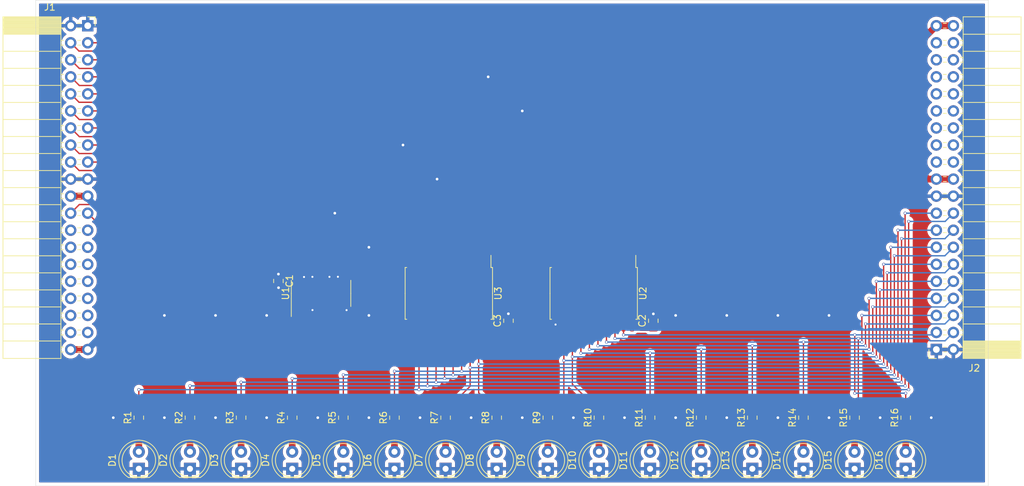
<source format=kicad_pcb>
(kicad_pcb (version 20200625) (host pcbnew "(5.99.0-2101-geb1ff80d5)")
  (layers (0 "F.Cu" signal) (31 "B.Cu" signal) (34 "B.Paste" user hide) (35 "F.Paste" user hide) (36 "B.SilkS" user hide) (37 "F.SilkS" user) (38 "B.Mask" user hide) (39 "F.Mask" user hide) (44 "Edge.Cuts" user))
  (net 0 "")
  (net 1 "GND")
  (net 2 "+5V")
  (net 3 "Net-(D1-Pad2)")
  (net 4 "Net-(D2-Pad2)")
  (net 5 "Net-(D3-Pad2)")
  (net 6 "Net-(D4-Pad2)")
  (net 7 "Net-(D5-Pad2)")
  (net 8 "Net-(D6-Pad2)")
  (net 9 "Net-(D7-Pad2)")
  (net 10 "Net-(D8-Pad2)")
  (net 11 "Net-(D9-Pad2)")
  (net 12 "Net-(D10-Pad2)")
  (net 13 "Net-(D11-Pad2)")
  (net 14 "Net-(D12-Pad2)")
  (net 15 "Net-(D13-Pad2)")
  (net 16 "Net-(D14-Pad2)")
  (net 17 "Net-(D15-Pad2)")
  (net 18 "Net-(D16-Pad2)")
  (net 19 "II")
  (net 20 "OP3")
  (net 21 "OP2")
  (net 22 "OP1")
  (net 23 "OP0")
  (net 24 "ARG11")
  (net 25 "ARG10")
  (net 26 "ARG9")
  (net 27 "ARG8")
  (net 28 "ARG7")
  (net 29 "ARG6")
  (net 30 "ARG5")
  (net 31 "ARG4")
  (net 32 "ARG3")
  (net 33 "ARG2")
  (net 34 "ARG1")
  (net 35 "ARG0")
  (net 36 "CLK")
  (net 37 "MEM15")
  (net 38 "MEM14")
  (net 39 "MEM13")
  (net 40 "MEM12")
  (net 41 "MEM11")
  (net 42 "MEM10")
  (net 43 "MEM9")
  (net 44 "MEM8")
  (net 45 "MEM7")
  (net 46 "MEM6")
  (net 47 "MEM5")
  (net 48 "MEM4")
  (net 49 "MEM3")
  (net 50 "MEM2")
  (net 51 "MEM1")
  (net 52 "MEM0")
  (net 53 "Net-(U1-Pad6)")
  (net 54 "Net-(U1-Pad3)")
  (module "Connector_PinSocket_2.54mm:PinSocket_2x20_P2.54mm_Horizontal" (layer "F.Cu") (at 247.14 162.56 180)
    (fp_text reference "J2" (at -5.65 -2.77) (layer "F.SilkS"))
    (fp_text value "Conn_02x20_Counter_Clockwise")
    (pad "1" thru_hole rect (at 0 0 180) (size 1.7 1.7) (drill 1) (layers *.Cu *.Mask) (net 1 "GND"))
    (pad "2" thru_hole oval (at -2.54 0 180) (size 1.7 1.7) (drill 1) (layers *.Cu *.Mask) (net 1 "GND"))
    (pad "3" thru_hole oval (at 0 2.54 180) (size 1.7 1.7) (drill 1) (layers *.Cu *.Mask) (net 35 "ARG0"))
    (pad "4" thru_hole oval (at -2.54 2.54 180) (size 1.7 1.7) (drill 1) (layers *.Cu *.Mask) (net 34 "ARG1"))
    (pad "5" thru_hole oval (at 0 5.08 180) (size 1.7 1.7) (drill 1) (layers *.Cu *.Mask) (net 33 "ARG2"))
    (pad "6" thru_hole oval (at -2.54 5.08 180) (size 1.7 1.7) (drill 1) (layers *.Cu *.Mask) (net 32 "ARG3"))
    (pad "7" thru_hole oval (at 0 7.62 180) (size 1.7 1.7) (drill 1) (layers *.Cu *.Mask) (net 31 "ARG4"))
    (pad "8" thru_hole oval (at -2.54 7.62 180) (size 1.7 1.7) (drill 1) (layers *.Cu *.Mask) (net 30 "ARG5"))
    (pad "9" thru_hole oval (at 0 10.16 180) (size 1.7 1.7) (drill 1) (layers *.Cu *.Mask) (net 29 "ARG6"))
    (pad "10" thru_hole oval (at -2.54 10.16 180) (size 1.7 1.7) (drill 1) (layers *.Cu *.Mask) (net 28 "ARG7"))
    (pad "11" thru_hole oval (at 0 12.7 180) (size 1.7 1.7) (drill 1) (layers *.Cu *.Mask) (net 27 "ARG8"))
    (pad "12" thru_hole oval (at -2.54 12.7 180) (size 1.7 1.7) (drill 1) (layers *.Cu *.Mask) (net 26 "ARG9"))
    (pad "13" thru_hole oval (at 0 15.24 180) (size 1.7 1.7) (drill 1) (layers *.Cu *.Mask) (net 25 "ARG10"))
    (pad "14" thru_hole oval (at -2.54 15.24 180) (size 1.7 1.7) (drill 1) (layers *.Cu *.Mask) (net 24 "ARG11"))
    (pad "15" thru_hole oval (at 0 17.78 180) (size 1.7 1.7) (drill 1) (layers *.Cu *.Mask) (net 23 "OP0"))
    (pad "16" thru_hole oval (at -2.54 17.78 180) (size 1.7 1.7) (drill 1) (layers *.Cu *.Mask) (net 22 "OP1"))
    (pad "17" thru_hole oval (at 0 20.32 180) (size 1.7 1.7) (drill 1) (layers *.Cu *.Mask) (net 21 "OP2"))
    (pad "18" thru_hole oval (at -2.54 20.32 180) (size 1.7 1.7) (drill 1) (layers *.Cu *.Mask) (net 20 "OP3"))
    (pad "19" thru_hole oval (at 0 22.86 180) (size 1.7 1.7) (drill 1) (layers *.Cu *.Mask) (net 1 "GND"))
    (pad "20" thru_hole oval (at -2.54 22.86 180) (size 1.7 1.7) (drill 1) (layers *.Cu *.Mask) (net 1 "GND"))
    (pad "21" thru_hole oval (at 0 25.4 180) (size 1.7 1.7) (drill 1) (layers *.Cu *.Mask) (net 2 "+5V"))
    (pad "22" thru_hole oval (at -2.54 25.4 180) (size 1.7 1.7) (drill 1) (layers *.Cu *.Mask) (net 2 "+5V"))
    (pad "23" thru_hole oval (at 0 27.94 180) (size 1.7 1.7) (drill 1) (layers *.Cu *.Mask))
    (pad "24" thru_hole oval (at -2.54 27.94 180) (size 1.7 1.7) (drill 1) (layers *.Cu *.Mask))
    (pad "25" thru_hole oval (at 0 30.48 180) (size 1.7 1.7) (drill 1) (layers *.Cu *.Mask))
    (pad "26" thru_hole oval (at -2.54 30.48 180) (size 1.7 1.7) (drill 1) (layers *.Cu *.Mask))
    (pad "27" thru_hole oval (at 0 33.02 180) (size 1.7 1.7) (drill 1) (layers *.Cu *.Mask))
    (pad "28" thru_hole oval (at -2.54 33.02 180) (size 1.7 1.7) (drill 1) (layers *.Cu *.Mask))
    (pad "29" thru_hole oval (at 0 35.56 180) (size 1.7 1.7) (drill 1) (layers *.Cu *.Mask))
    (pad "30" thru_hole oval (at -2.54 35.56 180) (size 1.7 1.7) (drill 1) (layers *.Cu *.Mask))
    (pad "31" thru_hole oval (at 0 38.1 180) (size 1.7 1.7) (drill 1) (layers *.Cu *.Mask))
    (pad "32" thru_hole oval (at -2.54 38.1 180) (size 1.7 1.7) (drill 1) (layers *.Cu *.Mask))
    (pad "33" thru_hole oval (at 0 40.64 180) (size 1.7 1.7) (drill 1) (layers *.Cu *.Mask))
    (pad "34" thru_hole oval (at -2.54 40.64 180) (size 1.7 1.7) (drill 1) (layers *.Cu *.Mask))
    (pad "35" thru_hole oval (at 0 43.18 180) (size 1.7 1.7) (drill 1) (layers *.Cu *.Mask))
    (pad "36" thru_hole oval (at -2.54 43.18 180) (size 1.7 1.7) (drill 1) (layers *.Cu *.Mask))
    (pad "37" thru_hole oval (at 0 45.72 180) (size 1.7 1.7) (drill 1) (layers *.Cu *.Mask))
    (pad "38" thru_hole oval (at -2.54 45.72 180) (size 1.7 1.7) (drill 1) (layers *.Cu *.Mask))
    (pad "39" thru_hole oval (at 0 48.26 180) (size 1.7 1.7) (drill 1) (layers *.Cu *.Mask) (net 2 "+5V"))
    (pad "40" thru_hole oval (at -2.54 48.26 180) (size 1.7 1.7) (drill 1) (layers *.Cu *.Mask) (net 2 "+5V"))
  )
  (module "Connector_PinSocket_2.54mm:PinSocket_2x20_P2.54mm_Horizontal" (layer "F.Cu") (at 120.65 114.3)
    (fp_text reference "J1" (at -5.65 -2.77) (layer "F.SilkS"))
    (fp_text value "Conn_02x20_Counter_Clockwise")
    (pad "1" thru_hole rect (at 0 0) (size 1.7 1.7) (drill 1) (layers *.Cu *.Mask) (net 1 "GND"))
    (pad "2" thru_hole oval (at -2.54 0) (size 1.7 1.7) (drill 1) (layers *.Cu *.Mask) (net 1 "GND"))
    (pad "3" thru_hole oval (at 0 2.54) (size 1.7 1.7) (drill 1) (layers *.Cu *.Mask) (net 52 "MEM0"))
    (pad "4" thru_hole oval (at -2.54 2.54) (size 1.7 1.7) (drill 1) (layers *.Cu *.Mask) (net 51 "MEM1"))
    (pad "5" thru_hole oval (at 0 5.08) (size 1.7 1.7) (drill 1) (layers *.Cu *.Mask) (net 50 "MEM2"))
    (pad "6" thru_hole oval (at -2.54 5.08) (size 1.7 1.7) (drill 1) (layers *.Cu *.Mask) (net 49 "MEM3"))
    (pad "7" thru_hole oval (at 0 7.62) (size 1.7 1.7) (drill 1) (layers *.Cu *.Mask) (net 48 "MEM4"))
    (pad "8" thru_hole oval (at -2.54 7.62) (size 1.7 1.7) (drill 1) (layers *.Cu *.Mask) (net 47 "MEM5"))
    (pad "9" thru_hole oval (at 0 10.16) (size 1.7 1.7) (drill 1) (layers *.Cu *.Mask) (net 46 "MEM6"))
    (pad "10" thru_hole oval (at -2.54 10.16) (size 1.7 1.7) (drill 1) (layers *.Cu *.Mask) (net 45 "MEM7"))
    (pad "11" thru_hole oval (at 0 12.7) (size 1.7 1.7) (drill 1) (layers *.Cu *.Mask) (net 44 "MEM8"))
    (pad "12" thru_hole oval (at -2.54 12.7) (size 1.7 1.7) (drill 1) (layers *.Cu *.Mask) (net 43 "MEM9"))
    (pad "13" thru_hole oval (at 0 15.24) (size 1.7 1.7) (drill 1) (layers *.Cu *.Mask) (net 42 "MEM10"))
    (pad "14" thru_hole oval (at -2.54 15.24) (size 1.7 1.7) (drill 1) (layers *.Cu *.Mask) (net 41 "MEM11"))
    (pad "15" thru_hole oval (at 0 17.78) (size 1.7 1.7) (drill 1) (layers *.Cu *.Mask) (net 40 "MEM12"))
    (pad "16" thru_hole oval (at -2.54 17.78) (size 1.7 1.7) (drill 1) (layers *.Cu *.Mask) (net 39 "MEM13"))
    (pad "17" thru_hole oval (at 0 20.32) (size 1.7 1.7) (drill 1) (layers *.Cu *.Mask) (net 38 "MEM14"))
    (pad "18" thru_hole oval (at -2.54 20.32) (size 1.7 1.7) (drill 1) (layers *.Cu *.Mask) (net 37 "MEM15"))
    (pad "19" thru_hole oval (at 0 22.86) (size 1.7 1.7) (drill 1) (layers *.Cu *.Mask) (net 1 "GND"))
    (pad "20" thru_hole oval (at -2.54 22.86) (size 1.7 1.7) (drill 1) (layers *.Cu *.Mask) (net 1 "GND"))
    (pad "21" thru_hole oval (at 0 25.4) (size 1.7 1.7) (drill 1) (layers *.Cu *.Mask) (net 2 "+5V"))
    (pad "22" thru_hole oval (at -2.54 25.4) (size 1.7 1.7) (drill 1) (layers *.Cu *.Mask) (net 2 "+5V"))
    (pad "23" thru_hole oval (at 0 27.94) (size 1.7 1.7) (drill 1) (layers *.Cu *.Mask) (net 36 "CLK"))
    (pad "24" thru_hole oval (at -2.54 27.94) (size 1.7 1.7) (drill 1) (layers *.Cu *.Mask) (net 19 "II"))
    (pad "25" thru_hole oval (at 0 30.48) (size 1.7 1.7) (drill 1) (layers *.Cu *.Mask))
    (pad "26" thru_hole oval (at -2.54 30.48) (size 1.7 1.7) (drill 1) (layers *.Cu *.Mask))
    (pad "27" thru_hole oval (at 0 33.02) (size 1.7 1.7) (drill 1) (layers *.Cu *.Mask))
    (pad "28" thru_hole oval (at -2.54 33.02) (size 1.7 1.7) (drill 1) (layers *.Cu *.Mask))
    (pad "29" thru_hole oval (at 0 35.56) (size 1.7 1.7) (drill 1) (layers *.Cu *.Mask))
    (pad "30" thru_hole oval (at -2.54 35.56) (size 1.7 1.7) (drill 1) (layers *.Cu *.Mask))
    (pad "31" thru_hole oval (at 0 38.1) (size 1.7 1.7) (drill 1) (layers *.Cu *.Mask))
    (pad "32" thru_hole oval (at -2.54 38.1) (size 1.7 1.7) (drill 1) (layers *.Cu *.Mask))
    (pad "33" thru_hole oval (at 0 40.64) (size 1.7 1.7) (drill 1) (layers *.Cu *.Mask))
    (pad "34" thru_hole oval (at -2.54 40.64) (size 1.7 1.7) (drill 1) (layers *.Cu *.Mask))
    (pad "35" thru_hole oval (at 0 43.18) (size 1.7 1.7) (drill 1) (layers *.Cu *.Mask))
    (pad "36" thru_hole oval (at -2.54 43.18) (size 1.7 1.7) (drill 1) (layers *.Cu *.Mask))
    (pad "37" thru_hole oval (at 0 45.72) (size 1.7 1.7) (drill 1) (layers *.Cu *.Mask))
    (pad "38" thru_hole oval (at -2.54 45.72) (size 1.7 1.7) (drill 1) (layers *.Cu *.Mask))
    (pad "39" thru_hole oval (at 0 48.26) (size 1.7 1.7) (drill 1) (layers *.Cu *.Mask) (net 2 "+5V"))
    (pad "40" thru_hole oval (at -2.54 48.26) (size 1.7 1.7) (drill 1) (layers *.Cu *.Mask) (net 2 "+5V"))
  )
  (module "Resistor_SMD:R_0805_2012Metric_Pad1.15x1.40mm_HandSolder" (layer "F.Cu") (at 143.51 172.72 90)
    (fp_text reference "R3" (at 0 -1.65 90) (layer "F.SilkS"))
    (fp_text value "R")
    (pad "1" smd roundrect (at -1.025 0 90) (size 1.15 1.4) (layers "F.Cu" "F.Paste" "F.Mask") (roundrect_rratio 0.217391) (net 5 "Net-(D3-Pad2)"))
    (pad "2" smd roundrect (at 1.025 0 90) (size 1.15 1.4) (layers "F.Cu" "F.Paste" "F.Mask") (roundrect_rratio 0.217391) (net 22 "OP1"))
  )
  (module "Package_SO:SOIC-20W_7.5x12.8mm_P1.27mm" (layer "F.Cu") (at 174.475 154.195 -90)
    (fp_text reference "U3" (at 0 -7.35 90) (layer "F.SilkS"))
    (fp_text value "74HCT574")
    (pad "20" smd roundrect (at 4.65 -5.715 270) (size 2.05 0.6) (layers "F.Cu" "F.Paste" "F.Mask") (net 2 "+5V"))
    (pad "19" smd roundrect (at 4.65 -4.445 270) (size 2.05 0.6) (layers "F.Cu" "F.Paste" "F.Mask") (net 27 "ARG8"))
    (pad "18" smd roundrect (at 4.65 -3.175 270) (size 2.05 0.6) (layers "F.Cu" "F.Paste" "F.Mask") (net 26 "ARG9"))
    (pad "17" smd roundrect (at 4.65 -1.905 270) (size 2.05 0.6) (layers "F.Cu" "F.Paste" "F.Mask") (net 25 "ARG10"))
    (pad "16" smd roundrect (at 4.65 -0.635 270) (size 2.05 0.6) (layers "F.Cu" "F.Paste" "F.Mask") (net 24 "ARG11"))
    (pad "15" smd roundrect (at 4.65 0.635 270) (size 2.05 0.6) (layers "F.Cu" "F.Paste" "F.Mask") (net 23 "OP0"))
    (pad "14" smd roundrect (at 4.65 1.905 270) (size 2.05 0.6) (layers "F.Cu" "F.Paste" "F.Mask") (net 22 "OP1"))
    (pad "13" smd roundrect (at 4.65 3.175 270) (size 2.05 0.6) (layers "F.Cu" "F.Paste" "F.Mask") (net 21 "OP2"))
    (pad "12" smd roundrect (at 4.65 4.445 270) (size 2.05 0.6) (layers "F.Cu" "F.Paste" "F.Mask") (net 20 "OP3"))
    (pad "11" smd roundrect (at 4.65 5.715 270) (size 2.05 0.6) (layers "F.Cu" "F.Paste" "F.Mask") (net 53 "Net-(U1-Pad6)"))
    (pad "10" smd roundrect (at -4.65 5.715 270) (size 2.05 0.6) (layers "F.Cu" "F.Paste" "F.Mask") (net 1 "GND"))
    (pad "9" smd roundrect (at -4.65 4.445 270) (size 2.05 0.6) (layers "F.Cu" "F.Paste" "F.Mask") (net 37 "MEM15"))
    (pad "8" smd roundrect (at -4.65 3.175 270) (size 2.05 0.6) (layers "F.Cu" "F.Paste" "F.Mask") (net 38 "MEM14"))
    (pad "7" smd roundrect (at -4.65 1.905 270) (size 2.05 0.6) (layers "F.Cu" "F.Paste" "F.Mask") (net 39 "MEM13"))
    (pad "6" smd roundrect (at -4.65 0.635 270) (size 2.05 0.6) (layers "F.Cu" "F.Paste" "F.Mask") (net 40 "MEM12"))
    (pad "5" smd roundrect (at -4.65 -0.635 270) (size 2.05 0.6) (layers "F.Cu" "F.Paste" "F.Mask") (net 41 "MEM11"))
    (pad "4" smd roundrect (at -4.65 -1.905 270) (size 2.05 0.6) (layers "F.Cu" "F.Paste" "F.Mask") (net 42 "MEM10"))
    (pad "3" smd roundrect (at -4.65 -3.175 270) (size 2.05 0.6) (layers "F.Cu" "F.Paste" "F.Mask") (net 43 "MEM9"))
    (pad "2" smd roundrect (at -4.65 -4.445 270) (size 2.05 0.6) (layers "F.Cu" "F.Paste" "F.Mask") (net 44 "MEM8"))
    (pad "1" smd roundrect (at -4.65 -5.715 270) (size 2.05 0.6) (layers "F.Cu" "F.Paste" "F.Mask") (net 1 "GND"))
  )
  (module "Package_SO:SOIC-20W_7.5x12.8mm_P1.27mm" (layer "F.Cu") (at 196.065 154.195 -90)
    (fp_text reference "U2" (at 0 -7.35 90) (layer "F.SilkS"))
    (fp_text value "74HCT574")
    (pad "20" smd roundrect (at 4.65 -5.715 270) (size 2.05 0.6) (layers "F.Cu" "F.Paste" "F.Mask") (net 2 "+5V"))
    (pad "19" smd roundrect (at 4.65 -4.445 270) (size 2.05 0.6) (layers "F.Cu" "F.Paste" "F.Mask") (net 35 "ARG0"))
    (pad "18" smd roundrect (at 4.65 -3.175 270) (size 2.05 0.6) (layers "F.Cu" "F.Paste" "F.Mask") (net 34 "ARG1"))
    (pad "17" smd roundrect (at 4.65 -1.905 270) (size 2.05 0.6) (layers "F.Cu" "F.Paste" "F.Mask") (net 33 "ARG2"))
    (pad "16" smd roundrect (at 4.65 -0.635 270) (size 2.05 0.6) (layers "F.Cu" "F.Paste" "F.Mask") (net 32 "ARG3"))
    (pad "15" smd roundrect (at 4.65 0.635 270) (size 2.05 0.6) (layers "F.Cu" "F.Paste" "F.Mask") (net 31 "ARG4"))
    (pad "14" smd roundrect (at 4.65 1.905 270) (size 2.05 0.6) (layers "F.Cu" "F.Paste" "F.Mask") (net 30 "ARG5"))
    (pad "13" smd roundrect (at 4.65 3.175 270) (size 2.05 0.6) (layers "F.Cu" "F.Paste" "F.Mask") (net 29 "ARG6"))
    (pad "12" smd roundrect (at 4.65 4.445 270) (size 2.05 0.6) (layers "F.Cu" "F.Paste" "F.Mask") (net 28 "ARG7"))
    (pad "11" smd roundrect (at 4.65 5.715 270) (size 2.05 0.6) (layers "F.Cu" "F.Paste" "F.Mask") (net 54 "Net-(U1-Pad3)"))
    (pad "10" smd roundrect (at -4.65 5.715 270) (size 2.05 0.6) (layers "F.Cu" "F.Paste" "F.Mask") (net 1 "GND"))
    (pad "9" smd roundrect (at -4.65 4.445 270) (size 2.05 0.6) (layers "F.Cu" "F.Paste" "F.Mask") (net 45 "MEM7"))
    (pad "8" smd roundrect (at -4.65 3.175 270) (size 2.05 0.6) (layers "F.Cu" "F.Paste" "F.Mask") (net 46 "MEM6"))
    (pad "7" smd roundrect (at -4.65 1.905 270) (size 2.05 0.6) (layers "F.Cu" "F.Paste" "F.Mask") (net 47 "MEM5"))
    (pad "6" smd roundrect (at -4.65 0.635 270) (size 2.05 0.6) (layers "F.Cu" "F.Paste" "F.Mask") (net 48 "MEM4"))
    (pad "5" smd roundrect (at -4.65 -0.635 270) (size 2.05 0.6) (layers "F.Cu" "F.Paste" "F.Mask") (net 49 "MEM3"))
    (pad "4" smd roundrect (at -4.65 -1.905 270) (size 2.05 0.6) (layers "F.Cu" "F.Paste" "F.Mask") (net 50 "MEM2"))
    (pad "3" smd roundrect (at -4.65 -3.175 270) (size 2.05 0.6) (layers "F.Cu" "F.Paste" "F.Mask") (net 51 "MEM1"))
    (pad "2" smd roundrect (at -4.65 -4.445 270) (size 2.05 0.6) (layers "F.Cu" "F.Paste" "F.Mask") (net 52 "MEM0"))
    (pad "1" smd roundrect (at -4.65 -5.715 270) (size 2.05 0.6) (layers "F.Cu" "F.Paste" "F.Mask") (net 1 "GND"))
  )
  (module "Package_SO:SOIC-14_3.9x8.7mm_P1.27mm" (layer "F.Cu") (at 155.425 154.195 90)
    (fp_text reference "U1" (at 0 -5.28 90) (layer "F.SilkS"))
    (fp_text value "74LS08")
    (pad "14" smd roundrect (at 2.475 -3.81 90) (size 1.95 0.6) (layers "F.Cu" "F.Paste" "F.Mask") (net 2 "+5V"))
    (pad "13" smd roundrect (at 2.475 -2.54 90) (size 1.95 0.6) (layers "F.Cu" "F.Paste" "F.Mask") (net 1 "GND"))
    (pad "12" smd roundrect (at 2.475 -1.27 90) (size 1.95 0.6) (layers "F.Cu" "F.Paste" "F.Mask") (net 1 "GND"))
    (pad "11" smd roundrect (at 2.475 0 90) (size 1.95 0.6) (layers "F.Cu" "F.Paste" "F.Mask"))
    (pad "10" smd roundrect (at 2.475 1.27 90) (size 1.95 0.6) (layers "F.Cu" "F.Paste" "F.Mask") (net 1 "GND"))
    (pad "9" smd roundrect (at 2.475 2.54 90) (size 1.95 0.6) (layers "F.Cu" "F.Paste" "F.Mask") (net 1 "GND"))
    (pad "8" smd roundrect (at 2.475 3.81 90) (size 1.95 0.6) (layers "F.Cu" "F.Paste" "F.Mask"))
    (pad "7" smd roundrect (at -2.475 3.81 90) (size 1.95 0.6) (layers "F.Cu" "F.Paste" "F.Mask") (net 1 "GND"))
    (pad "6" smd roundrect (at -2.475 2.54 90) (size 1.95 0.6) (layers "F.Cu" "F.Paste" "F.Mask") (net 53 "Net-(U1-Pad6)"))
    (pad "5" smd roundrect (at -2.475 1.27 90) (size 1.95 0.6) (layers "F.Cu" "F.Paste" "F.Mask") (net 19 "II"))
    (pad "4" smd roundrect (at -2.475 0 90) (size 1.95 0.6) (layers "F.Cu" "F.Paste" "F.Mask") (net 36 "CLK"))
    (pad "3" smd roundrect (at -2.475 -1.27 90) (size 1.95 0.6) (layers "F.Cu" "F.Paste" "F.Mask") (net 54 "Net-(U1-Pad3)"))
    (pad "2" smd roundrect (at -2.475 -2.54 90) (size 1.95 0.6) (layers "F.Cu" "F.Paste" "F.Mask") (net 19 "II"))
    (pad "1" smd roundrect (at -2.475 -3.81 90) (size 1.95 0.6) (layers "F.Cu" "F.Paste" "F.Mask") (net 36 "CLK"))
  )
  (module "Resistor_SMD:R_0805_2012Metric_Pad1.15x1.40mm_HandSolder" (layer "F.Cu") (at 242.57 172.72 90)
    (fp_text reference "R16" (at 0 -1.65 90) (layer "F.SilkS"))
    (fp_text value "R")
    (pad "2" smd roundrect (at 1.025 0 90) (size 1.15 1.4) (layers "F.Cu" "F.Paste" "F.Mask") (roundrect_rratio 0.217391) (net 35 "ARG0"))
    (pad "1" smd roundrect (at -1.025 0 90) (size 1.15 1.4) (layers "F.Cu" "F.Paste" "F.Mask") (roundrect_rratio 0.217391) (net 18 "Net-(D16-Pad2)"))
  )
  (module "Resistor_SMD:R_0805_2012Metric_Pad1.15x1.40mm_HandSolder" (layer "F.Cu") (at 234.95 172.72 90)
    (fp_text reference "R15" (at 0 -1.65 90) (layer "F.SilkS"))
    (fp_text value "R")
    (pad "2" smd roundrect (at 1.025 0 90) (size 1.15 1.4) (layers "F.Cu" "F.Paste" "F.Mask") (roundrect_rratio 0.217391) (net 34 "ARG1"))
    (pad "1" smd roundrect (at -1.025 0 90) (size 1.15 1.4) (layers "F.Cu" "F.Paste" "F.Mask") (roundrect_rratio 0.217391) (net 17 "Net-(D15-Pad2)"))
  )
  (module "Resistor_SMD:R_0805_2012Metric_Pad1.15x1.40mm_HandSolder" (layer "F.Cu") (at 227.33 172.72 90)
    (fp_text reference "R14" (at 0 -1.65 90) (layer "F.SilkS"))
    (fp_text value "R")
    (pad "2" smd roundrect (at 1.025 0 90) (size 1.15 1.4) (layers "F.Cu" "F.Paste" "F.Mask") (roundrect_rratio 0.217391) (net 33 "ARG2"))
    (pad "1" smd roundrect (at -1.025 0 90) (size 1.15 1.4) (layers "F.Cu" "F.Paste" "F.Mask") (roundrect_rratio 0.217391) (net 16 "Net-(D14-Pad2)"))
  )
  (module "Resistor_SMD:R_0805_2012Metric_Pad1.15x1.40mm_HandSolder" (layer "F.Cu") (at 219.71 172.72 90)
    (fp_text reference "R13" (at 0 -1.65 90) (layer "F.SilkS"))
    (fp_text value "R")
    (pad "2" smd roundrect (at 1.025 0 90) (size 1.15 1.4) (layers "F.Cu" "F.Paste" "F.Mask") (roundrect_rratio 0.217391) (net 32 "ARG3"))
    (pad "1" smd roundrect (at -1.025 0 90) (size 1.15 1.4) (layers "F.Cu" "F.Paste" "F.Mask") (roundrect_rratio 0.217391) (net 15 "Net-(D13-Pad2)"))
  )
  (module "Resistor_SMD:R_0805_2012Metric_Pad1.15x1.40mm_HandSolder" (layer "F.Cu") (at 212.09 172.72 90)
    (fp_text reference "R12" (at 0 -1.65 90) (layer "F.SilkS"))
    (fp_text value "R")
    (pad "2" smd roundrect (at 1.025 0 90) (size 1.15 1.4) (layers "F.Cu" "F.Paste" "F.Mask") (roundrect_rratio 0.217391) (net 31 "ARG4"))
    (pad "1" smd roundrect (at -1.025 0 90) (size 1.15 1.4) (layers "F.Cu" "F.Paste" "F.Mask") (roundrect_rratio 0.217391) (net 14 "Net-(D12-Pad2)"))
  )
  (module "Resistor_SMD:R_0805_2012Metric_Pad1.15x1.40mm_HandSolder" (layer "F.Cu") (at 204.47 172.72 90)
    (fp_text reference "R11" (at 0 -1.65 90) (layer "F.SilkS"))
    (fp_text value "R")
    (pad "2" smd roundrect (at 1.025 0 90) (size 1.15 1.4) (layers "F.Cu" "F.Paste" "F.Mask") (roundrect_rratio 0.217391) (net 30 "ARG5"))
    (pad "1" smd roundrect (at -1.025 0 90) (size 1.15 1.4) (layers "F.Cu" "F.Paste" "F.Mask") (roundrect_rratio 0.217391) (net 13 "Net-(D11-Pad2)"))
  )
  (module "Resistor_SMD:R_0805_2012Metric_Pad1.15x1.40mm_HandSolder" (layer "F.Cu") (at 196.85 172.72 90)
    (fp_text reference "R10" (at 0 -1.65 90) (layer "F.SilkS"))
    (fp_text value "R")
    (pad "2" smd roundrect (at 1.025 0 90) (size 1.15 1.4) (layers "F.Cu" "F.Paste" "F.Mask") (roundrect_rratio 0.217391) (net 29 "ARG6"))
    (pad "1" smd roundrect (at -1.025 0 90) (size 1.15 1.4) (layers "F.Cu" "F.Paste" "F.Mask") (roundrect_rratio 0.217391) (net 12 "Net-(D10-Pad2)"))
  )
  (module "Resistor_SMD:R_0805_2012Metric_Pad1.15x1.40mm_HandSolder" (layer "F.Cu") (at 189.23 172.72 90)
    (fp_text reference "R9" (at 0 -1.65 90) (layer "F.SilkS"))
    (fp_text value "R")
    (pad "2" smd roundrect (at 1.025 0 90) (size 1.15 1.4) (layers "F.Cu" "F.Paste" "F.Mask") (roundrect_rratio 0.217391) (net 28 "ARG7"))
    (pad "1" smd roundrect (at -1.025 0 90) (size 1.15 1.4) (layers "F.Cu" "F.Paste" "F.Mask") (roundrect_rratio 0.217391) (net 11 "Net-(D9-Pad2)"))
  )
  (module "Resistor_SMD:R_0805_2012Metric_Pad1.15x1.40mm_HandSolder" (layer "F.Cu") (at 181.61 172.72 90)
    (fp_text reference "R8" (at 0 -1.65 90) (layer "F.SilkS"))
    (fp_text value "R")
    (pad "2" smd roundrect (at 1.025 0 90) (size 1.15 1.4) (layers "F.Cu" "F.Paste" "F.Mask") (roundrect_rratio 0.217391) (net 27 "ARG8"))
    (pad "1" smd roundrect (at -1.025 0 90) (size 1.15 1.4) (layers "F.Cu" "F.Paste" "F.Mask") (roundrect_rratio 0.217391) (net 10 "Net-(D8-Pad2)"))
  )
  (module "Resistor_SMD:R_0805_2012Metric_Pad1.15x1.40mm_HandSolder" (layer "F.Cu") (at 173.99 172.72 90)
    (fp_text reference "R7" (at 0 -1.65 90) (layer "F.SilkS"))
    (fp_text value "R")
    (pad "2" smd roundrect (at 1.025 0 90) (size 1.15 1.4) (layers "F.Cu" "F.Paste" "F.Mask") (roundrect_rratio 0.217391) (net 26 "ARG9"))
    (pad "1" smd roundrect (at -1.025 0 90) (size 1.15 1.4) (layers "F.Cu" "F.Paste" "F.Mask") (roundrect_rratio 0.217391) (net 9 "Net-(D7-Pad2)"))
  )
  (module "Resistor_SMD:R_0805_2012Metric_Pad1.15x1.40mm_HandSolder" (layer "F.Cu") (at 166.37 172.72 90)
    (fp_text reference "R6" (at 0 -1.65 90) (layer "F.SilkS"))
    (fp_text value "R")
    (pad "2" smd roundrect (at 1.025 0 90) (size 1.15 1.4) (layers "F.Cu" "F.Paste" "F.Mask") (roundrect_rratio 0.217391) (net 25 "ARG10"))
    (pad "1" smd roundrect (at -1.025 0 90) (size 1.15 1.4) (layers "F.Cu" "F.Paste" "F.Mask") (roundrect_rratio 0.217391) (net 8 "Net-(D6-Pad2)"))
  )
  (module "Resistor_SMD:R_0805_2012Metric_Pad1.15x1.40mm_HandSolder" (layer "F.Cu") (at 158.75 172.72 90)
    (fp_text reference "R5" (at 0 -1.65 90) (layer "F.SilkS"))
    (fp_text value "R")
    (pad "2" smd roundrect (at 1.025 0 90) (size 1.15 1.4) (layers "F.Cu" "F.Paste" "F.Mask") (roundrect_rratio 0.217391) (net 24 "ARG11"))
    (pad "1" smd roundrect (at -1.025 0 90) (size 1.15 1.4) (layers "F.Cu" "F.Paste" "F.Mask") (roundrect_rratio 0.217391) (net 7 "Net-(D5-Pad2)"))
  )
  (module "Resistor_SMD:R_0805_2012Metric_Pad1.15x1.40mm_HandSolder" (layer "F.Cu") (at 151.13 172.72 90)
    (fp_text reference "R4" (at 0 -1.65 90) (layer "F.SilkS"))
    (fp_text value "R")
    (pad "2" smd roundrect (at 1.025 0 90) (size 1.15 1.4) (layers "F.Cu" "F.Paste" "F.Mask") (roundrect_rratio 0.217391) (net 23 "OP0"))
    (pad "1" smd roundrect (at -1.025 0 90) (size 1.15 1.4) (layers "F.Cu" "F.Paste" "F.Mask") (roundrect_rratio 0.217391) (net 6 "Net-(D4-Pad2)"))
  )
  (module "Resistor_SMD:R_0805_2012Metric_Pad1.15x1.40mm_HandSolder" (layer "F.Cu") (at 135.89 172.72 90)
    (fp_text reference "R2" (at 0 -1.65 90) (layer "F.SilkS"))
    (fp_text value "R")
    (pad "2" smd roundrect (at 1.025 0 90) (size 1.15 1.4) (layers "F.Cu" "F.Paste" "F.Mask") (roundrect_rratio 0.217391) (net 21 "OP2"))
    (pad "1" smd roundrect (at -1.025 0 90) (size 1.15 1.4) (layers "F.Cu" "F.Paste" "F.Mask") (roundrect_rratio 0.217391) (net 4 "Net-(D2-Pad2)"))
  )
  (module "Resistor_SMD:R_0805_2012Metric_Pad1.15x1.40mm_HandSolder" (layer "F.Cu") (at 128.27 172.72 90)
    (fp_text reference "R1" (at 0 -1.65 90) (layer "F.SilkS"))
    (fp_text value "R")
    (pad "2" smd roundrect (at 1.025 0 90) (size 1.15 1.4) (layers "F.Cu" "F.Paste" "F.Mask") (roundrect_rratio 0.217391) (net 20 "OP3"))
    (pad "1" smd roundrect (at -1.025 0 90) (size 1.15 1.4) (layers "F.Cu" "F.Paste" "F.Mask") (roundrect_rratio 0.217391) (net 3 "Net-(D1-Pad2)"))
  )
  (module "LED_THT:LED_D5.0mm" (layer "F.Cu") (at 242.57 180.34 90)
    (fp_text reference "D16" (at 1.27 -3.96 90) (layer "F.SilkS"))
    (fp_text value "LED")
    (pad "2" thru_hole circle (at 2.54 0 90) (size 1.8 1.8) (drill 0.9) (layers *.Cu *.Mask) (net 18 "Net-(D16-Pad2)"))
    (pad "1" thru_hole rect (at 0 0 90) (size 1.8 1.8) (drill 0.9) (layers *.Cu *.Mask) (net 1 "GND"))
  )
  (module "LED_THT:LED_D5.0mm" (layer "F.Cu") (at 234.95 180.34 90)
    (fp_text reference "D15" (at 1.27 -3.96 90) (layer "F.SilkS"))
    (fp_text value "LED")
    (pad "2" thru_hole circle (at 2.54 0 90) (size 1.8 1.8) (drill 0.9) (layers *.Cu *.Mask) (net 17 "Net-(D15-Pad2)"))
    (pad "1" thru_hole rect (at 0 0 90) (size 1.8 1.8) (drill 0.9) (layers *.Cu *.Mask) (net 1 "GND"))
  )
  (module "LED_THT:LED_D5.0mm" (layer "F.Cu") (at 227.33 180.34 90)
    (fp_text reference "D14" (at 1.27 -3.96 90) (layer "F.SilkS"))
    (fp_text value "LED")
    (pad "2" thru_hole circle (at 2.54 0 90) (size 1.8 1.8) (drill 0.9) (layers *.Cu *.Mask) (net 16 "Net-(D14-Pad2)"))
    (pad "1" thru_hole rect (at 0 0 90) (size 1.8 1.8) (drill 0.9) (layers *.Cu *.Mask) (net 1 "GND"))
  )
  (module "LED_THT:LED_D5.0mm" (layer "F.Cu") (at 219.71 180.34 90)
    (fp_text reference "D13" (at 1.27 -3.96 90) (layer "F.SilkS"))
    (fp_text value "LED")
    (pad "2" thru_hole circle (at 2.54 0 90) (size 1.8 1.8) (drill 0.9) (layers *.Cu *.Mask) (net 15 "Net-(D13-Pad2)"))
    (pad "1" thru_hole rect (at 0 0 90) (size 1.8 1.8) (drill 0.9) (layers *.Cu *.Mask) (net 1 "GND"))
  )
  (module "LED_THT:LED_D5.0mm" (layer "F.Cu") (at 212.09 180.34 90)
    (fp_text reference "D12" (at 1.27 -3.96 90) (layer "F.SilkS"))
    (fp_text value "LED")
    (pad "2" thru_hole circle (at 2.54 0 90) (size 1.8 1.8) (drill 0.9) (layers *.Cu *.Mask) (net 14 "Net-(D12-Pad2)"))
    (pad "1" thru_hole rect (at 0 0 90) (size 1.8 1.8) (drill 0.9) (layers *.Cu *.Mask) (net 1 "GND"))
  )
  (module "LED_THT:LED_D5.0mm" (layer "F.Cu") (at 204.47 180.34 90)
    (fp_text reference "D11" (at 1.27 -3.96 90) (layer "F.SilkS"))
    (fp_text value "LED")
    (pad "2" thru_hole circle (at 2.54 0 90) (size 1.8 1.8) (drill 0.9) (layers *.Cu *.Mask) (net 13 "Net-(D11-Pad2)"))
    (pad "1" thru_hole rect (at 0 0 90) (size 1.8 1.8) (drill 0.9) (layers *.Cu *.Mask) (net 1 "GND"))
  )
  (module "LED_THT:LED_D5.0mm" (layer "F.Cu") (at 196.85 180.34 90)
    (fp_text reference "D10" (at 1.27 -3.96 90) (layer "F.SilkS"))
    (fp_text value "LED")
    (pad "2" thru_hole circle (at 2.54 0 90) (size 1.8 1.8) (drill 0.9) (layers *.Cu *.Mask) (net 12 "Net-(D10-Pad2)"))
    (pad "1" thru_hole rect (at 0 0 90) (size 1.8 1.8) (drill 0.9) (layers *.Cu *.Mask) (net 1 "GND"))
  )
  (module "LED_THT:LED_D5.0mm" (layer "F.Cu") (at 189.23 180.34 90)
    (fp_text reference "D9" (at 1.27 -3.96 90) (layer "F.SilkS"))
    (fp_text value "LED")
    (pad "2" thru_hole circle (at 2.54 0 90) (size 1.8 1.8) (drill 0.9) (layers *.Cu *.Mask) (net 11 "Net-(D9-Pad2)"))
    (pad "1" thru_hole rect (at 0 0 90) (size 1.8 1.8) (drill 0.9) (layers *.Cu *.Mask) (net 1 "GND"))
  )
  (module "LED_THT:LED_D5.0mm" (layer "F.Cu") (at 181.61 180.34 90)
    (fp_text reference "D8" (at 1.27 -3.96 90) (layer "F.SilkS"))
    (fp_text value "LED")
    (pad "2" thru_hole circle (at 2.54 0 90) (size 1.8 1.8) (drill 0.9) (layers *.Cu *.Mask) (net 10 "Net-(D8-Pad2)"))
    (pad "1" thru_hole rect (at 0 0 90) (size 1.8 1.8) (drill 0.9) (layers *.Cu *.Mask) (net 1 "GND"))
  )
  (module "LED_THT:LED_D5.0mm" (layer "F.Cu") (at 173.99 180.34 90)
    (fp_text reference "D7" (at 1.27 -3.96 90) (layer "F.SilkS"))
    (fp_text value "LED")
    (pad "2" thru_hole circle (at 2.54 0 90) (size 1.8 1.8) (drill 0.9) (layers *.Cu *.Mask) (net 9 "Net-(D7-Pad2)"))
    (pad "1" thru_hole rect (at 0 0 90) (size 1.8 1.8) (drill 0.9) (layers *.Cu *.Mask) (net 1 "GND"))
  )
  (module "LED_THT:LED_D5.0mm" (layer "F.Cu") (at 166.37 180.34 90)
    (fp_text reference "D6" (at 1.27 -3.96 90) (layer "F.SilkS"))
    (fp_text value "LED")
    (pad "2" thru_hole circle (at 2.54 0 90) (size 1.8 1.8) (drill 0.9) (layers *.Cu *.Mask) (net 8 "Net-(D6-Pad2)"))
    (pad "1" thru_hole rect (at 0 0 90) (size 1.8 1.8) (drill 0.9) (layers *.Cu *.Mask) (net 1 "GND"))
  )
  (module "LED_THT:LED_D5.0mm" (layer "F.Cu") (at 158.75 180.34 90)
    (fp_text reference "D5" (at 1.27 -3.96 90) (layer "F.SilkS"))
    (fp_text value "LED")
    (pad "2" thru_hole circle (at 2.54 0 90) (size 1.8 1.8) (drill 0.9) (layers *.Cu *.Mask) (net 7 "Net-(D5-Pad2)"))
    (pad "1" thru_hole rect (at 0 0 90) (size 1.8 1.8) (drill 0.9) (layers *.Cu *.Mask) (net 1 "GND"))
  )
  (module "LED_THT:LED_D5.0mm" (layer "F.Cu") (at 151.13 180.34 90)
    (fp_text reference "D4" (at 1.27 -3.96 90) (layer "F.SilkS"))
    (fp_text value "LED")
    (pad "2" thru_hole circle (at 2.54 0 90) (size 1.8 1.8) (drill 0.9) (layers *.Cu *.Mask) (net 6 "Net-(D4-Pad2)"))
    (pad "1" thru_hole rect (at 0 0 90) (size 1.8 1.8) (drill 0.9) (layers *.Cu *.Mask) (net 1 "GND"))
  )
  (module "LED_THT:LED_D5.0mm" (layer "F.Cu") (at 143.51 180.34 90)
    (fp_text reference "D3" (at 1.27 -3.96 90) (layer "F.SilkS"))
    (fp_text value "LED")
    (pad "2" thru_hole circle (at 2.54 0 90) (size 1.8 1.8) (drill 0.9) (layers *.Cu *.Mask) (net 5 "Net-(D3-Pad2)"))
    (pad "1" thru_hole rect (at 0 0 90) (size 1.8 1.8) (drill 0.9) (layers *.Cu *.Mask) (net 1 "GND"))
  )
  (module "LED_THT:LED_D5.0mm" (layer "F.Cu") (at 135.89 180.34 90)
    (fp_text reference "D2" (at 1.27 -3.96 90) (layer "F.SilkS"))
    (fp_text value "LED")
    (pad "2" thru_hole circle (at 2.54 0 90) (size 1.8 1.8) (drill 0.9) (layers *.Cu *.Mask) (net 4 "Net-(D2-Pad2)"))
    (pad "1" thru_hole rect (at 0 0 90) (size 1.8 1.8) (drill 0.9) (layers *.Cu *.Mask) (net 1 "GND"))
  )
  (module "LED_THT:LED_D5.0mm" (layer "F.Cu") (at 128.27 180.34 90)
    (fp_text reference "D1" (at 1.27 -3.96 90) (layer "F.SilkS"))
    (fp_text value "LED")
    (pad "2" thru_hole circle (at 2.54 0 90) (size 1.8 1.8) (drill 0.9) (layers *.Cu *.Mask) (net 3 "Net-(D1-Pad2)"))
    (pad "1" thru_hole rect (at 0 0 90) (size 1.8 1.8) (drill 0.9) (layers *.Cu *.Mask) (net 1 "GND"))
  )
  (module "Capacitor_SMD:C_0805_2012Metric_Pad1.15x1.40mm_HandSolder" (layer "F.Cu") (at 183.365 158.275 90)
    (fp_text reference "C3" (at 0 -1.65 90) (layer "F.SilkS"))
    (fp_text value "C")
    (pad "2" smd roundrect (at 1.025 0 90) (size 1.15 1.4) (layers "F.Cu" "F.Paste" "F.Mask") (roundrect_rratio 0.217391) (net 1 "GND"))
    (pad "1" smd roundrect (at -1.025 0 90) (size 1.15 1.4) (layers "F.Cu" "F.Paste" "F.Mask") (roundrect_rratio 0.217391) (net 2 "+5V"))
  )
  (module "Capacitor_SMD:C_0805_2012Metric_Pad1.15x1.40mm_HandSolder" (layer "F.Cu") (at 204.955 158.275 90)
    (fp_text reference "C2" (at 0 -1.65 90) (layer "F.SilkS"))
    (fp_text value "C")
    (pad "2" smd roundrect (at 1.025 0 90) (size 1.15 1.4) (layers "F.Cu" "F.Paste" "F.Mask") (roundrect_rratio 0.217391) (net 1 "GND"))
    (pad "1" smd roundrect (at -1.025 0 90) (size 1.15 1.4) (layers "F.Cu" "F.Paste" "F.Mask") (roundrect_rratio 0.217391) (net 2 "+5V"))
  )
  (module "Capacitor_SMD:C_0805_2012Metric_Pad1.15x1.40mm_HandSolder" (layer "F.Cu") (at 149.075 152.345 -90)
    (fp_text reference "C1" (at 0 -1.65 90) (layer "F.SilkS"))
    (fp_text value "C")
    (pad "2" smd roundrect (at 1.025 0 270) (size 1.15 1.4) (layers "F.Cu" "F.Paste" "F.Mask") (roundrect_rratio 0.217391) (net 1 "GND"))
    (pad "1" smd roundrect (at -1.025 0 270) (size 1.15 1.4) (layers "F.Cu" "F.Paste" "F.Mask") (roundrect_rratio 0.217391) (net 2 "+5V"))
  )
  (gr_poly (pts (xy 131.48 151.28) (xy 130.56 152.07) (xy 130.56 150.38)) (layer "B.Cu") (width 0.1))
  (gr_poly (pts (xy 180.99 159.09) (xy 180.27 159.17) (xy 180.53 158.55)) (layer "F.Cu") (width 0.1))
  (gr_poly (pts (xy 151.61 151.41) (xy 151.67 152.52) (xy 152.22 152.96) (xy 150.92 153.17) (xy 149.78 151.4)) (layer "F.Cu") (width 0.1))
  (gr_poly (pts (xy 202.89 159.07) (xy 201.74 159.27) (xy 202.06 158.27)) (layer "F.Cu") (width 0.1))
  (gr_line (start 254.894 110.49) (end 254.894 182.88) (layer "Edge.Cuts") (width 0.05))
  (gr_line (start 112.894 182.88) (end 112.894 110.49) (layer "Edge.Cuts") (width 0.05))
  (gr_line (start 112.894 182.88) (end 254.894 182.88) (layer "Edge.Cuts") (width 0.05))
  (gr_line (start 112.894 110.49) (end 254.894 110.49) (layer "Edge.Cuts") (width 0.05))
  (via (at 162.56 147.32) (size 0.8) (drill 0.4) (layers "F.Cu" "B.Cu") (net 1))
  (via (at 157.48 142.24) (size 0.8) (drill 0.4) (layers "F.Cu" "B.Cu") (net 1))
  (via (at 185.42 127) (size 0.8) (drill 0.4) (layers "F.Cu" "B.Cu") (net 1))
  (via (at 180.34 121.92) (size 0.8) (drill 0.4) (layers "F.Cu" "B.Cu") (net 1))
  (via (at 172.72 137.16) (size 0.8) (drill 0.4) (layers "F.Cu" "B.Cu") (net 1))
  (via (at 167.64 132.08) (size 0.8) (drill 0.4) (layers "F.Cu" "B.Cu") (net 1))
  (via (at 132.08 157.48) (size 0.8) (drill 0.4) (layers "F.Cu" "B.Cu") (net 1))
  (via (at 139.7 157.48) (size 0.8) (drill 0.4) (layers "F.Cu" "B.Cu") (net 1))
  (via (at 147.32 157.48) (size 0.8) (drill 0.4) (layers "F.Cu" "B.Cu") (net 1))
  (via (at 162.56 157.48) (size 0.8) (drill 0.4) (layers "F.Cu" "B.Cu") (net 1))
  (via (at 231.14 157.48) (size 0.8) (drill 0.4) (layers "F.Cu" "B.Cu") (net 1))
  (via (at 208.28 157.48) (size 0.8) (drill 0.4) (layers "F.Cu" "B.Cu") (net 1))
  (via (at 215.9 157.48) (size 0.8) (drill 0.4) (layers "F.Cu" "B.Cu") (net 1))
  (via (at 223.52 157.48) (size 0.8) (drill 0.4) (layers "F.Cu" "B.Cu") (net 1))
  (via (at 246.38 172.72) (size 0.8) (drill 0.4) (layers "F.Cu" "B.Cu") (net 1))
  (via (at 238.76 172.72) (size 0.8) (drill 0.4) (layers "F.Cu" "B.Cu") (net 1))
  (via (at 231.14 172.72) (size 0.8) (drill 0.4) (layers "F.Cu" "B.Cu") (net 1))
  (via (at 223.52 172.72) (size 0.8) (drill 0.4) (layers "F.Cu" "B.Cu") (net 1))
  (via (at 215.9 172.72) (size 0.8) (drill 0.4) (layers "F.Cu" "B.Cu") (net 1))
  (via (at 208.28 172.72) (size 0.8) (drill 0.4) (layers "F.Cu" "B.Cu") (net 1))
  (via (at 200.66 172.72) (size 0.8) (drill 0.4) (layers "F.Cu" "B.Cu") (net 1))
  (via (at 193.04 172.72) (size 0.8) (drill 0.4) (layers "F.Cu" "B.Cu") (net 1))
  (via (at 185.42 172.72) (size 0.8) (drill 0.4) (layers "F.Cu" "B.Cu") (net 1))
  (via (at 177.8 172.72) (size 0.8) (drill 0.4) (layers "F.Cu" "B.Cu") (net 1))
  (via (at 170.18 172.72) (size 0.8) (drill 0.4) (layers "F.Cu" "B.Cu") (net 1))
  (via (at 162.56 172.72) (size 0.8) (drill 0.4) (layers "F.Cu" "B.Cu") (net 1))
  (via (at 154.94 172.72) (size 0.8) (drill 0.4) (layers "F.Cu" "B.Cu") (net 1))
  (via (at 147.32 172.72) (size 0.8) (drill 0.4) (layers "F.Cu" "B.Cu") (net 1))
  (via (at 139.7 172.72) (size 0.8) (drill 0.4) (layers "F.Cu" "B.Cu") (net 1))
  (via (at 132.08 172.72) (size 0.8) (drill 0.4) (layers "F.Cu" "B.Cu") (net 1))
  (via (at 124.46 172.72) (size 0.8) (drill 0.4) (layers "F.Cu" "B.Cu") (net 1))
  (segment (start 247.14 142.24) (end 247.33 142.24) (width 0.25) (layer "B.Cu") (net 21))
  (segment (start 242.81 137.16) (end 228.16 137.16) (width 1) (layer "F.Cu") (net 2))
  (segment (start 244.35 134.22) (end 244.35 135.62) (width 1) (layer "F.Cu") (net 2))
  (segment (start 244.35 137.16) (end 242.81 137.16) (width 1) (layer "F.Cu") (net 2))
  (segment (start 244.35 135.62) (end 242.81 137.16) (width 1) (layer "F.Cu") (net 2))
  (segment (start 245.87 137.16) (end 244.35 137.16) (width 1) (layer "F.Cu") (net 2))
  (segment (start 244.35 134.22) (end 244.35 117.09) (width 1) (layer "F.Cu") (net 2))
  (segment (start 247.14 137.16) (end 245.87 137.16) (width 1) (layer "F.Cu") (net 2))
  (segment (start 244.35 137.16) (end 244.35 134.22) (width 1) (layer "F.Cu") (net 2))
  (segment (start 244.35 134.22) (end 244.35 135.64) (width 1) (layer "F.Cu") (net 2))
  (segment (start 244.35 135.64) (end 245.87 137.16) (width 1) (layer "F.Cu") (net 2))
  (segment (start 244.35 117.09) (end 247.14 114.3) (width 1) (layer "F.Cu") (net 2))
  (segment (start 131.89 151.27) (end 120.65 140.03) (width 1) (layer "B.Cu") (net 2))
  (segment (start 131.89 151.32) (end 131.89 151.27) (width 1) (layer "B.Cu") (net 2))
  (segment (start 120.65 140.03) (end 120.65 139.7) (width 1) (layer "B.Cu") (net 2))
  (segment (start 149.075 151.32) (end 131.89 151.32) (width 1) (layer "B.Cu") (net 2))
  (segment (start 131.89 151.32) (end 120.65 162.56) (width 1) (layer "B.Cu") (net 2))
  (via (at 149.075 151.32) (size 0.8) (drill 0.4) (layers "F.Cu" "B.Cu") (net 2))
  (segment (start 181.600376 159.3) (end 175.695386 153.39501) (width 1) (layer "F.Cu") (net 2))
  (segment (start 175.695386 153.39501) (end 151.21566 153.39501) (width 1) (layer "F.Cu") (net 2))
  (segment (start 183.365 159.3) (end 181.600376 159.3) (width 1) (layer "F.Cu") (net 2))
  (segment (start 151.21566 153.39501) (end 149.14065 151.32) (width 1) (layer "F.Cu") (net 2))
  (segment (start 149.14065 151.32) (end 149.075 151.32) (width 1) (layer "F.Cu") (net 2))
  (segment (start 204.955 159.3) (end 203.190376 159.3) (width 1) (layer "F.Cu") (net 2))
  (segment (start 203.190376 159.3) (end 201.010366 157.11999) (width 1) (layer "F.Cu") (net 2))
  (segment (start 201.010366 157.11999) (end 186.24501 157.11999) (width 1) (layer "F.Cu") (net 2))
  (segment (start 186.24501 157.11999) (end 184.065 159.3) (width 1) (layer "F.Cu") (net 2))
  (segment (start 184.065 159.3) (end 183.365 159.3) (width 1) (layer "F.Cu") (net 2))
  (segment (start 228.16 137.16) (end 227.16065 137.16) (width 1) (layer "F.Cu") (net 2))
  (segment (start 227.16065 137.16) (end 205.02065 159.3) (width 1) (layer "F.Cu") (net 2))
  (segment (start 205.02065 159.3) (end 204.955 159.3) (width 1) (layer "F.Cu") (net 2))
  (segment (start 249.68 137.16) (end 247.14 137.16) (width 1) (layer "F.Cu") (net 2))
  (segment (start 249.68 114.3) (end 247.14 114.3) (width 1) (layer "F.Cu") (net 2))
  (segment (start 118.11 162.56) (end 120.65 162.56) (width 1) (layer "F.Cu") (net 2))
  (segment (start 118.11 139.7) (end 120.65 139.7) (width 1) (layer "F.Cu") (net 2))
  (segment (start 158.51 161.04) (end 188.18 161.04) (width 0.2) (layer "B.Cu") (net 54))
  (segment (start 154.15 156.68) (end 158.51 161.04) (width 0.2) (layer "B.Cu") (net 54))
  (segment (start 188.18 161.04) (end 190.38 158.84) (width 0.2) (layer "B.Cu") (net 54))
  (segment (start 157.965 157.645) (end 158.66 158.34) (width 0.2) (layer "F.Cu") (net 53))
  (segment (start 157.965 156.67) (end 157.965 157.645) (width 0.2) (layer "F.Cu") (net 53))
  (segment (start 168.53 158.34) (end 168.76 158.57) (width 0.2) (layer "F.Cu") (net 53))
  (segment (start 158.66 158.34) (end 168.53 158.34) (width 0.2) (layer "F.Cu") (net 53))
  (segment (start 168.76 158.57) (end 168.76 158.845) (width 0.2) (layer "F.Cu") (net 53))
  (via (at 190.38 158.84) (size 0.45) (drill 0.3) (layers "F.Cu" "B.Cu") (net 54))
  (via (at 154.15 156.68) (size 0.45) (drill 0.3) (layers "F.Cu" "B.Cu") (net 54))
  (segment (start 152.56 155.11) (end 152.93 155.11) (width 0.2) (layer "F.Cu") (net 19))
  (segment (start 145.46 155.11) (end 152.56 155.11) (width 0.2) (layer "F.Cu") (net 19))
  (segment (start 152.885 155.455) (end 152.885 155.435) (width 0.2) (layer "F.Cu") (net 19))
  (segment (start 152.885 155.435) (end 152.56 155.11) (width 0.2) (layer "F.Cu") (net 19))
  (segment (start 153.2 155.11) (end 155.82 155.11) (width 0.2) (layer "F.Cu") (net 19))
  (segment (start 152.885 156.67) (end 152.885 155.455) (width 0.2) (layer "F.Cu") (net 19))
  (segment (start 152.93 155.11) (end 153.2 155.11) (width 0.2) (layer "F.Cu") (net 19))
  (segment (start 152.885 155.455) (end 152.885 155.425) (width 0.2) (layer "F.Cu") (net 19))
  (segment (start 152.885 155.455) (end 152.885 155.155) (width 0.2) (layer "F.Cu") (net 19))
  (segment (start 152.885 155.425) (end 153.2 155.11) (width 0.2) (layer "F.Cu") (net 19))
  (segment (start 152.885 155.155) (end 152.93 155.11) (width 0.2) (layer "F.Cu") (net 19))
  (segment (start 131.3 140.95) (end 145.46 155.11) (width 0.2) (layer "F.Cu") (net 19))
  (segment (start 155.82 155.11) (end 156.695 155.985) (width 0.2) (layer "F.Cu") (net 19))
  (segment (start 156.695 155.985) (end 156.695 156.67) (width 0.2) (layer "F.Cu") (net 19))
  (segment (start 118.11 142.24) (end 119.4 140.95) (width 0.2) (layer "F.Cu") (net 19))
  (segment (start 119.4 140.95) (end 131.3 140.95) (width 0.2) (layer "F.Cu") (net 19))
  (segment (start 151.615 158.975) (end 151.29 159.3) (width 0.2) (layer "F.Cu") (net 36))
  (segment (start 151.29 159.3) (end 151.26 159.3) (width 0.2) (layer "F.Cu") (net 36))
  (segment (start 151.615 158.975) (end 151.94 159.3) (width 0.2) (layer "F.Cu") (net 36))
  (segment (start 151.615 158.805) (end 151.615 158.975) (width 0.2) (layer "F.Cu") (net 36))
  (segment (start 151.94 159.3) (end 151.96 159.3) (width 0.2) (layer "F.Cu") (net 36))
  (segment (start 151.26 159.3) (end 137.71 159.3) (width 0.2) (layer "F.Cu") (net 36))
  (segment (start 151.6 159.3) (end 151.26 159.3) (width 0.2) (layer "F.Cu") (net 36))
  (segment (start 151.96 159.3) (end 151.6 159.3) (width 0.2) (layer "F.Cu") (net 36))
  (segment (start 153.45 159.3) (end 151.96 159.3) (width 0.2) (layer "F.Cu") (net 36))
  (segment (start 151.615 158.805) (end 151.615 159.285) (width 0.2) (layer "F.Cu") (net 36))
  (segment (start 151.615 156.67) (end 151.615 158.805) (width 0.2) (layer "F.Cu") (net 36))
  (segment (start 151.615 159.285) (end 151.6 159.3) (width 0.2) (layer "F.Cu") (net 36))
  (segment (start 155.425 157.325) (end 153.45 159.3) (width 0.2) (layer "F.Cu") (net 36))
  (segment (start 155.425 156.67) (end 155.425 157.325) (width 0.2) (layer "F.Cu") (net 36))
  (segment (start 137.71 159.3) (end 120.65 142.24) (width 0.2) (layer "F.Cu") (net 36))
  (via (at 159.23 156.69) (size 0.45) (drill 0.3) (layers "F.Cu" "B.Cu") (net 1))
  (via (at 152.89 151.75) (size 0.45) (drill 0.3) (layers "F.Cu" "B.Cu") (net 1))
  (via (at 154.14 151.73) (size 0.45) (drill 0.3) (layers "F.Cu" "B.Cu") (net 1))
  (via (at 156.68 151.73) (size 0.45) (drill 0.3) (layers "F.Cu" "B.Cu") (net 1))
  (via (at 157.94 151.72) (size 0.45) (drill 0.3) (layers "F.Cu" "B.Cu") (net 1))
  (via (at 204.96 157.25) (size 0.8) (drill 0.4) (layers "F.Cu" "B.Cu") (net 1))
  (via (at 183.35 157.23) (size 0.8) (drill 0.4) (layers "F.Cu" "B.Cu") (net 1))
  (via (at 149.09 153.35) (size 0.8) (drill 0.4) (layers "F.Cu" "B.Cu") (net 1))
  (segment (start 170.03 149.545) (end 170.03 148.52) (width 0.2) (layer "F.Cu") (net 37))
  (segment (start 170.03 148.52) (end 157.39 135.88) (width 0.2) (layer "F.Cu") (net 37))
  (segment (start 119.37 135.88) (end 118.11 134.62) (width 0.2) (layer "F.Cu") (net 37))
  (segment (start 157.39 135.88) (end 119.37 135.88) (width 0.2) (layer "F.Cu") (net 37))
  (segment (start 171.3 149.545) (end 171.3 148.52) (width 0.2) (layer "F.Cu") (net 38))
  (segment (start 171.3 148.52) (end 157.4 134.62) (width 0.2) (layer "F.Cu") (net 38))
  (segment (start 157.4 134.62) (end 120.65 134.62) (width 0.2) (layer "F.Cu") (net 38))
  (segment (start 172.57 149.545) (end 172.57 148.52) (width 0.2) (layer "F.Cu") (net 39))
  (segment (start 172.57 148.52) (end 157.4 133.35) (width 0.2) (layer "F.Cu") (net 39))
  (segment (start 157.4 133.35) (end 119.38 133.35) (width 0.2) (layer "F.Cu") (net 39))
  (segment (start 119.38 133.35) (end 118.11 132.08) (width 0.2) (layer "F.Cu") (net 39))
  (segment (start 173.84 149.545) (end 173.84 148.52) (width 0.2) (layer "F.Cu") (net 40))
  (segment (start 157.4 132.08) (end 120.65 132.08) (width 0.2) (layer "F.Cu") (net 40))
  (segment (start 173.84 148.52) (end 157.4 132.08) (width 0.2) (layer "F.Cu") (net 40))
  (segment (start 175.11 149.545) (end 175.11 148.52) (width 0.2) (layer "F.Cu") (net 41))
  (segment (start 175.11 148.52) (end 157.42 130.83) (width 0.2) (layer "F.Cu") (net 41))
  (segment (start 157.42 130.83) (end 119.4 130.83) (width 0.2) (layer "F.Cu") (net 41))
  (segment (start 119.4 130.83) (end 118.11 129.54) (width 0.2) (layer "F.Cu") (net 41))
  (segment (start 176.38 149.545) (end 176.38 148.52) (width 0.2) (layer "F.Cu") (net 42))
  (segment (start 176.38 148.52) (end 157.4 129.54) (width 0.2) (layer "F.Cu") (net 42))
  (segment (start 157.4 129.54) (end 120.65 129.54) (width 0.2) (layer "F.Cu") (net 42))
  (segment (start 177.65 149.545) (end 177.65 148.52) (width 0.2) (layer "F.Cu") (net 43))
  (segment (start 177.65 148.52) (end 157.41 128.28) (width 0.2) (layer "F.Cu") (net 43))
  (segment (start 157.41 128.28) (end 119.39 128.28) (width 0.2) (layer "F.Cu") (net 43))
  (segment (start 119.39 128.28) (end 118.11 127) (width 0.2) (layer "F.Cu") (net 43))
  (segment (start 178.92 149.545) (end 178.92 148.52) (width 0.2) (layer "F.Cu") (net 44))
  (segment (start 178.92 148.52) (end 157.4 127) (width 0.2) (layer "F.Cu") (net 44))
  (segment (start 157.4 127) (end 120.65 127) (width 0.2) (layer "F.Cu") (net 44))
  (segment (start 191.62 149.545) (end 191.62 148.52) (width 0.2) (layer "F.Cu") (net 45))
  (segment (start 191.62 148.52) (end 168.81 125.71) (width 0.2) (layer "F.Cu") (net 45))
  (segment (start 168.81 125.71) (end 119.36 125.71) (width 0.2) (layer "F.Cu") (net 45))
  (segment (start 119.36 125.71) (end 118.11 124.46) (width 0.2) (layer "F.Cu") (net 45))
  (segment (start 192.89 149.545) (end 192.89 148.52) (width 0.2) (layer "F.Cu") (net 46))
  (segment (start 168.83 124.46) (end 120.65 124.46) (width 0.2) (layer "F.Cu") (net 46))
  (segment (start 192.89 148.52) (end 168.83 124.46) (width 0.2) (layer "F.Cu") (net 46))
  (segment (start 194.16 149.545) (end 194.16 148.52) (width 0.2) (layer "F.Cu") (net 47))
  (segment (start 194.16 148.52) (end 168.85 123.21) (width 0.2) (layer "F.Cu") (net 47))
  (segment (start 168.85 123.21) (end 119.4 123.21) (width 0.2) (layer "F.Cu") (net 47))
  (segment (start 119.4 123.21) (end 118.11 121.92) (width 0.2) (layer "F.Cu") (net 47))
  (segment (start 195.43 149.545) (end 195.43 148.52) (width 0.2) (layer "F.Cu") (net 48))
  (segment (start 195.43 148.52) (end 168.83 121.92) (width 0.2) (layer "F.Cu") (net 48))
  (segment (start 168.83 121.92) (end 120.65 121.92) (width 0.2) (layer "F.Cu") (net 48))
  (segment (start 196.7 149.545) (end 196.7 148.52) (width 0.2) (layer "F.Cu") (net 49))
  (segment (start 196.7 148.52) (end 168.85 120.67) (width 0.2) (layer "F.Cu") (net 49))
  (segment (start 168.85 120.67) (end 119.4 120.67) (width 0.2) (layer "F.Cu") (net 49))
  (segment (start 119.4 120.67) (end 118.11 119.38) (width 0.2) (layer "F.Cu") (net 49))
  (segment (start 197.97 149.545) (end 197.97 148.52) (width 0.2) (layer "F.Cu") (net 50))
  (segment (start 197.97 148.52) (end 168.83 119.38) (width 0.2) (layer "F.Cu") (net 50))
  (segment (start 168.83 119.38) (end 120.65 119.38) (width 0.2) (layer "F.Cu") (net 50))
  (segment (start 199.24 149.545) (end 199.24 148.52) (width 0.2) (layer "F.Cu") (net 51))
  (segment (start 199.24 148.52) (end 168.79 118.07) (width 0.2) (layer "F.Cu") (net 51))
  (segment (start 168.79 118.07) (end 119.34 118.07) (width 0.2) (layer "F.Cu") (net 51))
  (segment (start 119.34 118.07) (end 118.11 116.84) (width 0.2) (layer "F.Cu") (net 51))
  (segment (start 200.51 149.545) (end 200.51 148.52) (width 0.2) (layer "F.Cu") (net 52))
  (segment (start 200.51 148.52) (end 168.83 116.84) (width 0.2) (layer "F.Cu") (net 52))
  (segment (start 168.83 116.84) (end 120.65 116.84) (width 0.2) (layer "F.Cu") (net 52))
  (segment (start 242.48 167.98) (end 242.48 142.25) (width 0.2) (layer "F.Cu") (net 21))
  (segment (start 242.48 142.25) (end 242.49 142.24) (width 0.2) (layer "F.Cu") (net 21))
  (segment (start 248.45 143.47) (end 243.01 143.47) (width 0.2) (layer "B.Cu") (net 20))
  (via (at 243.01 143.47) (size 0.45) (drill 0.3) (layers "F.Cu" "B.Cu") (net 20))
  (via (at 242.49 142.24) (size 0.45) (drill 0.3) (layers "F.Cu" "B.Cu") (net 21))
  (segment (start 243.01 168.54) (end 243.01 143.47) (width 0.2) (layer "F.Cu") (net 20))
  (segment (start 249.16 142.76) (end 248.45 143.47) (width 0.2) (layer "B.Cu") (net 20))
  (segment (start 249.68 142.24) (end 249.16 142.76) (width 0.2) (layer "B.Cu") (net 20))
  (segment (start 247.14 142.24) (end 242.49 142.24) (width 0.2) (layer "B.Cu") (net 21))
  (segment (start 241.95 167.43) (end 241.95 146.04) (width 0.2) (layer "F.Cu") (net 22))
  (segment (start 241.42 166.88) (end 241.42 144.78) (width 0.2) (layer "F.Cu") (net 23))
  (via (at 241.95 146.04) (size 0.45) (drill 0.3) (layers "F.Cu" "B.Cu") (net 22))
  (via (at 241.42 144.78) (size 0.45) (drill 0.3) (layers "F.Cu" "B.Cu") (net 23))
  (segment (start 249.07 145.39) (end 248.42 146.04) (width 0.2) (layer "B.Cu") (net 22))
  (segment (start 248.42 146.04) (end 241.95 146.04) (width 0.2) (layer "B.Cu") (net 22))
  (segment (start 249.68 144.78) (end 249.07 145.39) (width 0.2) (layer "B.Cu") (net 22))
  (segment (start 247.14 144.78) (end 241.42 144.78) (width 0.2) (layer "B.Cu") (net 23))
  (segment (start 240.34 165.8) (end 240.34 147.33) (width 0.2) (layer "F.Cu") (net 25))
  (segment (start 240.34 147.33) (end 240.35 147.32) (width 0.2) (layer "F.Cu") (net 25))
  (segment (start 248.41 148.59) (end 240.89 148.59) (width 0.2) (layer "B.Cu") (net 24))
  (segment (start 240.89 148.59) (end 240.88 148.58) (width 0.2) (layer "B.Cu") (net 24))
  (via (at 240.88 148.58) (size 0.45) (drill 0.3) (layers "F.Cu" "B.Cu") (net 24))
  (via (at 240.35 147.32) (size 0.45) (drill 0.3) (layers "F.Cu" "B.Cu") (net 25))
  (segment (start 249.04 147.96) (end 248.41 148.59) (width 0.2) (layer "B.Cu") (net 24))
  (segment (start 249.68 147.32) (end 249.04 147.96) (width 0.2) (layer "B.Cu") (net 24))
  (segment (start 247.14 147.32) (end 240.35 147.32) (width 0.2) (layer "B.Cu") (net 25))
  (segment (start 240.88 166.34) (end 240.88 148.58) (width 0.2) (layer "F.Cu") (net 24))
  (segment (start 239.81 165.26) (end 239.81 151.12) (width 0.2) (layer "F.Cu") (net 26))
  (segment (start 239.28 164.73) (end 239.28 149.86) (width 0.2) (layer "F.Cu") (net 27))
  (via (at 239.28 149.86) (size 0.45) (drill 0.3) (layers "F.Cu" "B.Cu") (net 27))
  (via (at 239.81 151.12) (size 0.45) (drill 0.3) (layers "F.Cu" "B.Cu") (net 26))
  (segment (start 249.02 150.52) (end 248.42 151.12) (width 0.2) (layer "B.Cu") (net 26))
  (segment (start 248.42 151.12) (end 239.81 151.12) (width 0.2) (layer "B.Cu") (net 26))
  (segment (start 249.68 149.86) (end 249.02 150.52) (width 0.2) (layer "B.Cu") (net 26))
  (segment (start 247.14 149.86) (end 239.28 149.86) (width 0.2) (layer "B.Cu") (net 27))
  (segment (start 247.14 152.4) (end 238.2 152.4) (width 0.2) (layer "B.Cu") (net 29))
  (segment (start 248.41 153.67) (end 238.73 153.67) (width 0.2) (layer "B.Cu") (net 28))
  (via (at 238.73 153.67) (size 0.45) (drill 0.3) (layers "F.Cu" "B.Cu") (net 28))
  (via (at 238.2 152.4) (size 0.45) (drill 0.3) (layers "F.Cu" "B.Cu") (net 29))
  (segment (start 238.73 164.2) (end 238.73 153.67) (width 0.2) (layer "F.Cu") (net 28))
  (segment (start 238.2 163.65) (end 238.2 152.4) (width 0.2) (layer "F.Cu") (net 29))
  (segment (start 248.99 153.09) (end 248.41 153.67) (width 0.2) (layer "B.Cu") (net 28))
  (segment (start 249.68 152.4) (end 248.99 153.09) (width 0.2) (layer "B.Cu") (net 28))
  (segment (start 237.66 163.1) (end 237.66 156.22) (width 0.2) (layer "F.Cu") (net 30))
  (segment (start 237.11 162.54) (end 237.11 154.94) (width 0.2) (layer "F.Cu") (net 31))
  (via (at 237.66 156.22) (size 0.45) (drill 0.3) (layers "F.Cu" "B.Cu") (net 30))
  (segment (start 237.66 156.22) (end 237.55 156.22) (width 0.2) (layer "B.Cu") (net 30))
  (via (at 237.11 154.94) (size 0.45) (drill 0.3) (layers "F.Cu" "B.Cu") (net 31))
  (segment (start 248.86 155.76) (end 248.4 156.22) (width 0.2) (layer "B.Cu") (net 30))
  (segment (start 248.4 156.22) (end 237.66 156.22) (width 0.2) (layer "B.Cu") (net 30))
  (segment (start 249.68 154.94) (end 248.86 155.76) (width 0.2) (layer "B.Cu") (net 30))
  (segment (start 247.14 154.94) (end 237.11 154.94) (width 0.2) (layer "B.Cu") (net 31))
  (segment (start 247.14 157.48) (end 236.05 157.48) (width 0.2) (layer "B.Cu") (net 33))
  (segment (start 236.05 157.48) (end 236.04 157.47) (width 0.2) (layer "B.Cu") (net 33))
  (segment (start 236.58 162) (end 236.58 158.75) (width 0.2) (layer "F.Cu") (net 32))
  (via (at 236.04 157.47) (size 0.45) (drill 0.3) (layers "F.Cu" "B.Cu") (net 33))
  (via (at 236.58 158.75) (size 0.45) (drill 0.3) (layers "F.Cu" "B.Cu") (net 32))
  (segment (start 248.97 158.19) (end 248.41 158.75) (width 0.2) (layer "B.Cu") (net 32))
  (segment (start 249.68 157.48) (end 248.97 158.19) (width 0.2) (layer "B.Cu") (net 32))
  (segment (start 248.41 158.75) (end 236.58 158.75) (width 0.2) (layer "B.Cu") (net 32))
  (segment (start 236.04 161.45) (end 236.04 157.47) (width 0.2) (layer "F.Cu") (net 33))
  (segment (start 245.84 160.91) (end 246.19 161.26) (width 0.2) (layer "B.Cu") (net 34))
  (segment (start 235.51 160.91) (end 245.84 160.91) (width 0.2) (layer "B.Cu") (net 34))
  (segment (start 246.19 161.26) (end 248.44 161.26) (width 0.2) (layer "B.Cu") (net 34))
  (segment (start 248.44 161.26) (end 249.68 160.02) (width 0.2) (layer "B.Cu") (net 34))
  (segment (start 234.98 160.38) (end 246.78 160.38) (width 0.2) (layer "B.Cu") (net 35))
  (segment (start 246.78 160.38) (end 247.14 160.02) (width 0.2) (layer "B.Cu") (net 35))
  (segment (start 128.27 173.745) (end 128.27 177.8) (width 1) (layer "F.Cu") (net 3))
  (segment (start 135.89 173.745) (end 135.89 177.8) (width 1) (layer "F.Cu") (net 4))
  (segment (start 143.51 173.745) (end 143.51 177.8) (width 1) (layer "F.Cu") (net 5))
  (segment (start 151.13 173.745) (end 151.13 177.8) (width 1) (layer "F.Cu") (net 6))
  (segment (start 158.75 173.745) (end 158.75 177.8) (width 1) (layer "F.Cu") (net 7))
  (segment (start 166.37 173.745) (end 166.37 177.8) (width 1) (layer "F.Cu") (net 8))
  (segment (start 173.99 173.745) (end 173.99 177.8) (width 1) (layer "F.Cu") (net 9))
  (segment (start 181.61 173.745) (end 181.61 177.8) (width 1) (layer "F.Cu") (net 10))
  (segment (start 189.23 173.745) (end 189.23 177.8) (width 1) (layer "F.Cu") (net 11))
  (segment (start 196.85 173.745) (end 196.85 177.8) (width 1) (layer "F.Cu") (net 12))
  (segment (start 204.47 173.745) (end 204.47 177.8) (width 1) (layer "F.Cu") (net 13))
  (segment (start 212.09 173.745) (end 212.09 177.8) (width 1) (layer "F.Cu") (net 14))
  (segment (start 219.71 173.745) (end 219.71 177.8) (width 1) (layer "F.Cu") (net 15))
  (segment (start 227.33 173.745) (end 227.33 177.8) (width 1) (layer "F.Cu") (net 16))
  (segment (start 234.95 173.745) (end 234.95 177.8) (width 1) (layer "F.Cu") (net 17))
  (segment (start 242.57 173.745) (end 242.57 177.8) (width 1) (layer "F.Cu") (net 18))
  (segment (start 242.57 169.07) (end 234.98 169.07) (width 0.2) (layer "B.Cu") (net 35))
  (via (at 234.98 169.07) (size 0.45) (drill 0.3) (layers "F.Cu" "B.Cu") (net 35))
  (segment (start 235.115 171.695) (end 235.51 171.3) (width 0.2) (layer "F.Cu") (net 34))
  (segment (start 234.95 171.695) (end 235.115 171.695) (width 0.2) (layer "F.Cu") (net 34))
  (segment (start 235.51 171.3) (end 235.51 160.91) (width 0.2) (layer "F.Cu") (net 34))
  (segment (start 234.98 160.38) (end 234.98 169.07) (width 0.2) (layer "F.Cu") (net 35))
  (via (at 242.57 169.07) (size 0.45) (drill 0.3) (layers "F.Cu" "B.Cu") (net 35))
  (segment (start 242.57 169.07) (end 242.57 169.01) (width 0.2) (layer "F.Cu") (net 35))
  (segment (start 242.57 171.695) (end 242.57 169.07) (width 0.2) (layer "F.Cu") (net 35))
  (via (at 227.33 161.44) (size 0.45) (drill 0.3) (layers "F.Cu" "B.Cu") (net 33))
  (segment (start 227.33 171.695) (end 227.33 161.44) (width 0.2) (layer "F.Cu") (net 33))
  (via (at 219.71 162) (size 0.45) (drill 0.3) (layers "F.Cu" "B.Cu") (net 32))
  (segment (start 219.71 171.695) (end 219.71 162) (width 0.2) (layer "F.Cu") (net 32))
  (via (at 212.09 162.53) (size 0.45) (drill 0.3) (layers "F.Cu" "B.Cu") (net 31))
  (segment (start 212.09 171.695) (end 212.09 162.53) (width 0.2) (layer "F.Cu") (net 31))
  (via (at 204.47 163.1) (size 0.45) (drill 0.3) (layers "F.Cu" "B.Cu") (net 30))
  (segment (start 204.47 171.695) (end 204.47 163.1) (width 0.2) (layer "F.Cu") (net 30))
  (segment (start 192.89 163.65) (end 192.89 167.735) (width 0.2) (layer "F.Cu") (net 29))
  (segment (start 192.89 167.735) (end 196.85 171.695) (width 0.2) (layer "F.Cu") (net 29))
  (segment (start 191.62 164.2) (end 191.62 169.305) (width 0.2) (layer "F.Cu") (net 28))
  (segment (start 191.62 169.305) (end 189.23 171.695) (width 0.2) (layer "F.Cu") (net 28))
  (segment (start 178.92 164.73) (end 178.92 169.005) (width 0.2) (layer "F.Cu") (net 27))
  (segment (start 178.92 169.005) (end 181.61 171.695) (width 0.2) (layer "F.Cu") (net 27))
  (segment (start 177.65 165.26) (end 177.65 168.035) (width 0.2) (layer "F.Cu") (net 26))
  (segment (start 177.65 168.035) (end 173.99 171.695) (width 0.2) (layer "F.Cu") (net 26))
  (segment (start 128.27 171.695) (end 128.27 168.54) (width 0.2) (layer "F.Cu") (net 20))
  (via (at 128.27 168.54) (size 0.45) (drill 0.3) (layers "F.Cu" "B.Cu") (net 20))
  (segment (start 171.3 167.98) (end 135.89 167.98) (width 0.2) (layer "B.Cu") (net 21))
  (via (at 135.89 167.98) (size 0.45) (drill 0.3) (layers "F.Cu" "B.Cu") (net 21))
  (segment (start 143.51 171.695) (end 143.51 167.43) (width 0.2) (layer "F.Cu") (net 22))
  (via (at 143.51 167.43) (size 0.45) (drill 0.3) (layers "F.Cu" "B.Cu") (net 22))
  (segment (start 173.84 166.88) (end 151.13 166.88) (width 0.2) (layer "B.Cu") (net 23))
  (via (at 151.13 166.88) (size 0.45) (drill 0.3) (layers "F.Cu" "B.Cu") (net 23))
  (segment (start 158.75 171.695) (end 158.75 166.34) (width 0.2) (layer "F.Cu") (net 24))
  (via (at 158.75 166.34) (size 0.45) (drill 0.3) (layers "F.Cu" "B.Cu") (net 24))
  (segment (start 176.38 165.8) (end 166.37 165.8) (width 0.2) (layer "B.Cu") (net 25))
  (via (at 166.37 165.8) (size 0.45) (drill 0.3) (layers "F.Cu" "B.Cu") (net 25))
  (segment (start 166.37 171.695) (end 166.37 165.8) (width 0.2) (layer "F.Cu") (net 25))
  (segment (start 151.13 171.695) (end 151.13 166.88) (width 0.2) (layer "F.Cu") (net 23))
  (segment (start 135.89 171.695) (end 135.89 167.98) (width 0.2) (layer "F.Cu") (net 21))
  (segment (start 175.11 166.34) (end 158.75 166.34) (width 0.2) (layer "B.Cu") (net 24))
  (segment (start 172.57 167.43) (end 143.51 167.43) (width 0.2) (layer "B.Cu") (net 22))
  (segment (start 170.03 168.54) (end 128.27 168.54) (width 0.2) (layer "B.Cu") (net 20))
  (segment (start 249.68 152.4) (end 249.66 152.4) (width 0.2) (layer "B.Cu") (net 28))
  (segment (start 249.68 149.86) (end 249.68 149.88) (width 0.2) (layer "B.Cu") (net 26))
  (segment (start 249.68 147.32) (end 249.68 147.33) (width 0.2) (layer "B.Cu") (net 24))
  (segment (start 249.68 144.78) (end 249.65 144.78) (width 0.2) (layer "B.Cu") (net 22))
  (segment (start 249.68 142.24) (end 249.68 142.27) (width 0.2) (layer "B.Cu") (net 20))
  (via (at 238.73 164.2) (size 0.45) (drill 0.3) (layers "F.Cu" "B.Cu") (net 28))
  (via (at 238.2 163.65) (size 0.45) (drill 0.3) (layers "F.Cu" "B.Cu") (net 29))
  (segment (start 249.68 142.24) (end 249.68 142.25) (width 0.2) (layer "B.Cu") (net 20))
  (segment (start 249.68 139.7) (end 249.68 139.72) (width 0.2) (layer "B.Cu") (net 1))
  (via (at 234.98 160.38) (size 0.45) (drill 0.3) (layers "F.Cu" "B.Cu") (net 35))
  (segment (start 200.51 160.38) (end 234.98 160.38) (width 0.2) (layer "B.Cu") (net 35))
  (via (at 235.51 160.91) (size 0.45) (drill 0.3) (layers "F.Cu" "B.Cu") (net 34))
  (segment (start 199.24 160.91) (end 235.51 160.91) (width 0.2) (layer "B.Cu") (net 34))
  (via (at 236.04 161.45) (size 0.45) (drill 0.3) (layers "F.Cu" "B.Cu") (net 33))
  (segment (start 197.97 161.45) (end 236.04 161.45) (width 0.2) (layer "B.Cu") (net 33))
  (via (at 236.58 162) (size 0.45) (drill 0.3) (layers "F.Cu" "B.Cu") (net 32))
  (segment (start 196.7 162) (end 236.58 162) (width 0.2) (layer "B.Cu") (net 32))
  (via (at 237.11 162.54) (size 0.45) (drill 0.3) (layers "F.Cu" "B.Cu") (net 31))
  (segment (start 195.43 162.54) (end 237.11 162.54) (width 0.2) (layer "B.Cu") (net 31))
  (via (at 237.66 163.1) (size 0.45) (drill 0.3) (layers "F.Cu" "B.Cu") (net 30))
  (segment (start 194.16 163.1) (end 237.66 163.1) (width 0.2) (layer "B.Cu") (net 30))
  (segment (start 192.89 163.65) (end 238.2 163.65) (width 0.2) (layer "B.Cu") (net 29))
  (segment (start 191.62 164.2) (end 238.73 164.2) (width 0.2) (layer "B.Cu") (net 28))
  (via (at 239.28 164.73) (size 0.45) (drill 0.3) (layers "F.Cu" "B.Cu") (net 27))
  (segment (start 178.92 164.73) (end 239.28 164.73) (width 0.2) (layer "B.Cu") (net 27))
  (via (at 239.81 165.26) (size 0.45) (drill 0.3) (layers "F.Cu" "B.Cu") (net 26))
  (segment (start 177.65 165.26) (end 239.81 165.26) (width 0.2) (layer "B.Cu") (net 26))
  (via (at 240.34 165.8) (size 0.45) (drill 0.3) (layers "F.Cu" "B.Cu") (net 25))
  (segment (start 176.38 165.8) (end 240.34 165.8) (width 0.2) (layer "B.Cu") (net 25))
  (via (at 240.88 166.34) (size 0.45) (drill 0.3) (layers "F.Cu" "B.Cu") (net 24))
  (segment (start 175.11 166.34) (end 240.88 166.34) (width 0.2) (layer "B.Cu") (net 24))
  (via (at 241.42 166.88) (size 0.45) (drill 0.3) (layers "F.Cu" "B.Cu") (net 23))
  (segment (start 173.84 166.88) (end 241.42 166.88) (width 0.2) (layer "B.Cu") (net 23))
  (via (at 241.95 167.43) (size 0.45) (drill 0.3) (layers "F.Cu" "B.Cu") (net 22))
  (segment (start 172.57 167.43) (end 241.95 167.43) (width 0.2) (layer "B.Cu") (net 22))
  (via (at 242.48 167.98) (size 0.45) (drill 0.3) (layers "F.Cu" "B.Cu") (net 21))
  (segment (start 171.3 167.98) (end 242.48 167.98) (width 0.2) (layer "B.Cu") (net 21))
  (via (at 243.01 168.54) (size 0.45) (drill 0.3) (layers "F.Cu" "B.Cu") (net 20))
  (segment (start 170.03 168.54) (end 243.01 168.54) (width 0.2) (layer "B.Cu") (net 20))
  (via (at 170.03 168.54) (size 0.45) (drill 0.3) (layers "F.Cu" "B.Cu") (net 20))
  (segment (start 170.03 158.845) (end 170.03 168.54) (width 0.2) (layer "F.Cu") (net 20))
  (via (at 171.3 167.98) (size 0.45) (drill 0.3) (layers "F.Cu" "B.Cu") (net 21))
  (segment (start 171.3 158.845) (end 171.3 167.98) (width 0.2) (layer "F.Cu") (net 21))
  (via (at 172.57 167.43) (size 0.45) (drill 0.3) (layers "F.Cu" "B.Cu") (net 22))
  (segment (start 172.57 158.845) (end 172.57 167.43) (width 0.2) (layer "F.Cu") (net 22))
  (via (at 173.84 166.88) (size 0.45) (drill 0.3) (layers "F.Cu" "B.Cu") (net 23))
  (segment (start 173.84 158.845) (end 173.84 166.88) (width 0.2) (layer "F.Cu") (net 23))
  (via (at 175.11 166.34) (size 0.45) (drill 0.3) (layers "F.Cu" "B.Cu") (net 24))
  (segment (start 175.11 158.845) (end 175.11 166.34) (width 0.2) (layer "F.Cu") (net 24))
  (via (at 176.38 165.8) (size 0.45) (drill 0.3) (layers "F.Cu" "B.Cu") (net 25))
  (segment (start 176.38 158.845) (end 176.38 165.8) (width 0.2) (layer "F.Cu") (net 25))
  (via (at 177.65 165.26) (size 0.45) (drill 0.3) (layers "F.Cu" "B.Cu") (net 26))
  (segment (start 177.65 158.845) (end 177.65 165.26) (width 0.2) (layer "F.Cu") (net 26))
  (via (at 178.92 164.73) (size 0.45) (drill 0.3) (layers "F.Cu" "B.Cu") (net 27))
  (segment (start 178.92 158.845) (end 178.92 164.73) (width 0.2) (layer "F.Cu") (net 27))
  (via (at 191.62 164.2) (size 0.45) (drill 0.3) (layers "F.Cu" "B.Cu") (net 28))
  (segment (start 191.62 158.845) (end 191.62 164.2) (width 0.2) (layer "F.Cu") (net 28))
  (via (at 192.89 163.65) (size 0.45) (drill 0.3) (layers "F.Cu" "B.Cu") (net 29))
  (segment (start 192.89 158.845) (end 192.89 163.65) (width 0.2) (layer "F.Cu") (net 29))
  (via (at 194.16 163.1) (size 0.45) (drill 0.3) (layers "F.Cu" "B.Cu") (net 30))
  (segment (start 194.16 158.845) (end 194.16 163.1) (width 0.2) (layer "F.Cu") (net 30))
  (via (at 195.43 162.54) (size 0.45) (drill 0.3) (layers "F.Cu" "B.Cu") (net 31))
  (segment (start 195.43 158.845) (end 195.43 162.54) (width 0.2) (layer "F.Cu") (net 31))
  (via (at 196.7 162) (size 0.45) (drill 0.3) (layers "F.Cu" "B.Cu") (net 32))
  (segment (start 196.7 158.845) (end 196.7 162) (width 0.2) (layer "F.Cu") (net 32))
  (via (at 197.97 161.45) (size 0.45) (drill 0.3) (layers "F.Cu" "B.Cu") (net 33))
  (segment (start 197.97 158.845) (end 197.97 161.45) (width 0.2) (layer "F.Cu") (net 33))
  (via (at 199.24 160.91) (size 0.45) (drill 0.3) (layers "F.Cu" "B.Cu") (net 34))
  (segment (start 199.24 158.845) (end 199.24 160.91) (width 0.2) (layer "F.Cu") (net 34))
  (via (at 200.51 160.38) (size 0.45) (drill 0.3) (layers "F.Cu" "B.Cu") (net 35))
  (segment (start 200.51 158.845) (end 200.51 160.38) (width 0.2) (layer "F.Cu") (net 35))
  (segment (start 201.96 159.3) (end 201.78 159.12) (width 0.5) (layer "F.Cu") (net 2))
  (segment (start 204.955 159.3) (end 201.96 159.3) (width 0.5) (layer "F.Cu") (net 2))
  (segment (start 201.78 159.12) (end 201.78 158.845) (width 0.5) (layer "F.Cu") (net 2))
  (segment (start 151.44 151.32) (end 151.615 151.495) (width 0.5) (layer "F.Cu") (net 2))
  (segment (start 149.075 151.32) (end 151.44 151.32) (width 0.5) (layer "F.Cu") (net 2))
  (segment (start 151.615 151.495) (end 151.615 151.72) (width 0.5) (layer "F.Cu") (net 2))
  (segment (start 180.35 159.3) (end 180.19 159.14) (width 0.5) (layer "F.Cu") (net 2))
  (segment (start 183.365 159.3) (end 180.35 159.3) (width 0.5) (layer "F.Cu") (net 2))
  (segment (start 180.19 159.14) (end 180.19 158.845) (width 0.5) (layer "F.Cu") (net 2))
  (zone (net 1) (net_name "GND") (layers F&B.Cu) (connect_pads (clearance 0.508)) (min_thickness 0.254) (fill yes (thermal_gap 0.508) (thermal_bridge_width 0.508))
    (polygon (pts (xy 254.89 182.88) (xy 112.9 182.87) (xy 112.89 110.49) (xy 254.89 110.49)))
  )
)
</source>
